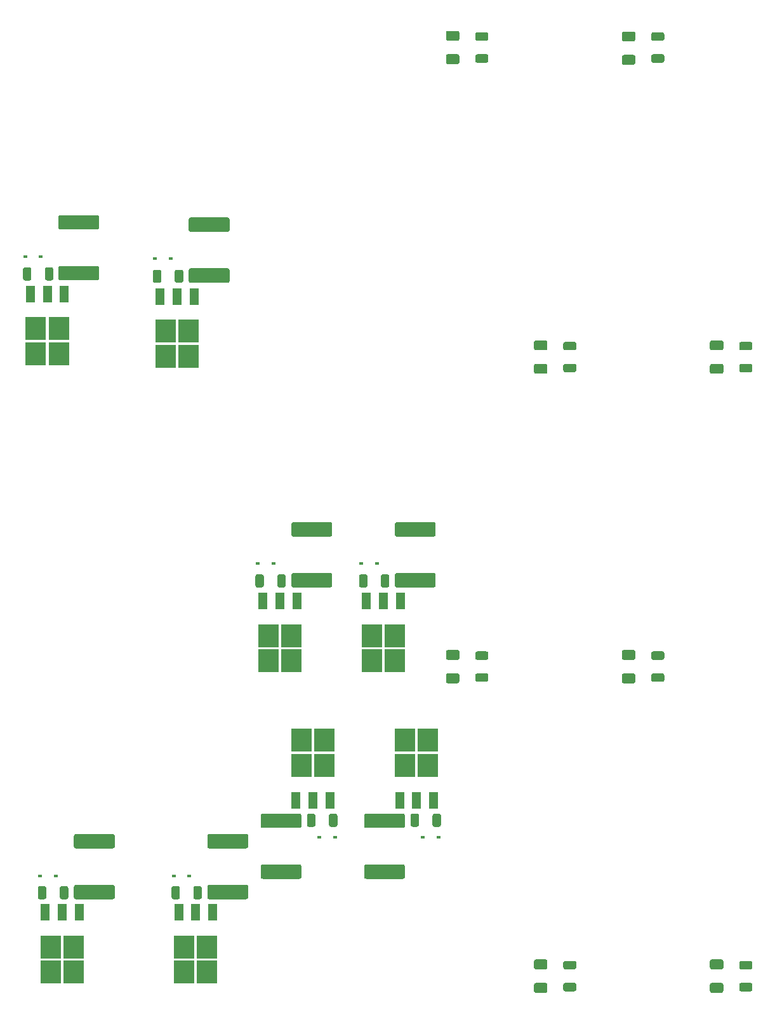
<source format=gbr>
%TF.GenerationSoftware,KiCad,Pcbnew,(5.1.9)-1*%
%TF.CreationDate,2021-09-09T23:53:41+02:00*%
%TF.ProjectId,SwitchBox,53776974-6368-4426-9f78-2e6b69636164,rev?*%
%TF.SameCoordinates,Original*%
%TF.FileFunction,Paste,Top*%
%TF.FilePolarity,Positive*%
%FSLAX46Y46*%
G04 Gerber Fmt 4.6, Leading zero omitted, Abs format (unit mm)*
G04 Created by KiCad (PCBNEW (5.1.9)-1) date 2021-09-09 23:53:41*
%MOMM*%
%LPD*%
G01*
G04 APERTURE LIST*
%ADD10R,0.600000X0.450000*%
%ADD11R,1.200000X2.200000*%
%ADD12R,2.750000X3.050000*%
G04 APERTURE END LIST*
%TO.C,C1*%
G36*
G01*
X95074997Y-62425000D02*
X96375003Y-62425000D01*
G75*
G02*
X96625000Y-62674997I0J-249997D01*
G01*
X96625000Y-63500003D01*
G75*
G02*
X96375003Y-63750000I-249997J0D01*
G01*
X95074997Y-63750000D01*
G75*
G02*
X94825000Y-63500003I0J249997D01*
G01*
X94825000Y-62674997D01*
G75*
G02*
X95074997Y-62425000I249997J0D01*
G01*
G37*
G36*
G01*
X95074997Y-65550000D02*
X96375003Y-65550000D01*
G75*
G02*
X96625000Y-65799997I0J-249997D01*
G01*
X96625000Y-66625003D01*
G75*
G02*
X96375003Y-66875000I-249997J0D01*
G01*
X95074997Y-66875000D01*
G75*
G02*
X94825000Y-66625003I0J249997D01*
G01*
X94825000Y-65799997D01*
G75*
G02*
X95074997Y-65550000I249997J0D01*
G01*
G37*
%TD*%
%TO.C,C2*%
G36*
G01*
X106814997Y-103681666D02*
X108115003Y-103681666D01*
G75*
G02*
X108365000Y-103931663I0J-249997D01*
G01*
X108365000Y-104756669D01*
G75*
G02*
X108115003Y-105006666I-249997J0D01*
G01*
X106814997Y-105006666D01*
G75*
G02*
X106565000Y-104756669I0J249997D01*
G01*
X106565000Y-103931663D01*
G75*
G02*
X106814997Y-103681666I249997J0D01*
G01*
G37*
G36*
G01*
X106814997Y-106806666D02*
X108115003Y-106806666D01*
G75*
G02*
X108365000Y-107056663I0J-249997D01*
G01*
X108365000Y-107881669D01*
G75*
G02*
X108115003Y-108131666I-249997J0D01*
G01*
X106814997Y-108131666D01*
G75*
G02*
X106565000Y-107881669I0J249997D01*
G01*
X106565000Y-107056663D01*
G75*
G02*
X106814997Y-106806666I249997J0D01*
G01*
G37*
%TD*%
%TO.C,C3*%
G36*
G01*
X95074997Y-148063332D02*
X96375003Y-148063332D01*
G75*
G02*
X96625000Y-148313329I0J-249997D01*
G01*
X96625000Y-149138335D01*
G75*
G02*
X96375003Y-149388332I-249997J0D01*
G01*
X95074997Y-149388332D01*
G75*
G02*
X94825000Y-149138335I0J249997D01*
G01*
X94825000Y-148313329D01*
G75*
G02*
X95074997Y-148063332I249997J0D01*
G01*
G37*
G36*
G01*
X95074997Y-144938332D02*
X96375003Y-144938332D01*
G75*
G02*
X96625000Y-145188329I0J-249997D01*
G01*
X96625000Y-146013335D01*
G75*
G02*
X96375003Y-146263332I-249997J0D01*
G01*
X95074997Y-146263332D01*
G75*
G02*
X94825000Y-146013335I0J249997D01*
G01*
X94825000Y-145188329D01*
G75*
G02*
X95074997Y-144938332I249997J0D01*
G01*
G37*
%TD*%
%TO.C,C4*%
G36*
G01*
X106814997Y-186195000D02*
X108115003Y-186195000D01*
G75*
G02*
X108365000Y-186444997I0J-249997D01*
G01*
X108365000Y-187270003D01*
G75*
G02*
X108115003Y-187520000I-249997J0D01*
G01*
X106814997Y-187520000D01*
G75*
G02*
X106565000Y-187270003I0J249997D01*
G01*
X106565000Y-186444997D01*
G75*
G02*
X106814997Y-186195000I249997J0D01*
G01*
G37*
G36*
G01*
X106814997Y-189320000D02*
X108115003Y-189320000D01*
G75*
G02*
X108365000Y-189569997I0J-249997D01*
G01*
X108365000Y-190395003D01*
G75*
G02*
X108115003Y-190645000I-249997J0D01*
G01*
X106814997Y-190645000D01*
G75*
G02*
X106565000Y-190395003I0J249997D01*
G01*
X106565000Y-189569997D01*
G75*
G02*
X106814997Y-189320000I249997J0D01*
G01*
G37*
%TD*%
%TO.C,C5*%
G36*
G01*
X118544997Y-65630000D02*
X119845003Y-65630000D01*
G75*
G02*
X120095000Y-65879997I0J-249997D01*
G01*
X120095000Y-66705003D01*
G75*
G02*
X119845003Y-66955000I-249997J0D01*
G01*
X118544997Y-66955000D01*
G75*
G02*
X118295000Y-66705003I0J249997D01*
G01*
X118295000Y-65879997D01*
G75*
G02*
X118544997Y-65630000I249997J0D01*
G01*
G37*
G36*
G01*
X118544997Y-62505000D02*
X119845003Y-62505000D01*
G75*
G02*
X120095000Y-62754997I0J-249997D01*
G01*
X120095000Y-63580003D01*
G75*
G02*
X119845003Y-63830000I-249997J0D01*
G01*
X118544997Y-63830000D01*
G75*
G02*
X118295000Y-63580003I0J249997D01*
G01*
X118295000Y-62754997D01*
G75*
G02*
X118544997Y-62505000I249997J0D01*
G01*
G37*
%TD*%
%TO.C,C6*%
G36*
G01*
X130284997Y-103681666D02*
X131585003Y-103681666D01*
G75*
G02*
X131835000Y-103931663I0J-249997D01*
G01*
X131835000Y-104756669D01*
G75*
G02*
X131585003Y-105006666I-249997J0D01*
G01*
X130284997Y-105006666D01*
G75*
G02*
X130035000Y-104756669I0J249997D01*
G01*
X130035000Y-103931663D01*
G75*
G02*
X130284997Y-103681666I249997J0D01*
G01*
G37*
G36*
G01*
X130284997Y-106806666D02*
X131585003Y-106806666D01*
G75*
G02*
X131835000Y-107056663I0J-249997D01*
G01*
X131835000Y-107881669D01*
G75*
G02*
X131585003Y-108131666I-249997J0D01*
G01*
X130284997Y-108131666D01*
G75*
G02*
X130035000Y-107881669I0J249997D01*
G01*
X130035000Y-107056663D01*
G75*
G02*
X130284997Y-106806666I249997J0D01*
G01*
G37*
%TD*%
%TO.C,C7*%
G36*
G01*
X118544997Y-148063332D02*
X119845003Y-148063332D01*
G75*
G02*
X120095000Y-148313329I0J-249997D01*
G01*
X120095000Y-149138335D01*
G75*
G02*
X119845003Y-149388332I-249997J0D01*
G01*
X118544997Y-149388332D01*
G75*
G02*
X118295000Y-149138335I0J249997D01*
G01*
X118295000Y-148313329D01*
G75*
G02*
X118544997Y-148063332I249997J0D01*
G01*
G37*
G36*
G01*
X118544997Y-144938332D02*
X119845003Y-144938332D01*
G75*
G02*
X120095000Y-145188329I0J-249997D01*
G01*
X120095000Y-146013335D01*
G75*
G02*
X119845003Y-146263332I-249997J0D01*
G01*
X118544997Y-146263332D01*
G75*
G02*
X118295000Y-146013335I0J249997D01*
G01*
X118295000Y-145188329D01*
G75*
G02*
X118544997Y-144938332I249997J0D01*
G01*
G37*
%TD*%
%TO.C,C8*%
G36*
G01*
X130284997Y-189320000D02*
X131585003Y-189320000D01*
G75*
G02*
X131835000Y-189569997I0J-249997D01*
G01*
X131835000Y-190395003D01*
G75*
G02*
X131585003Y-190645000I-249997J0D01*
G01*
X130284997Y-190645000D01*
G75*
G02*
X130035000Y-190395003I0J249997D01*
G01*
X130035000Y-189569997D01*
G75*
G02*
X130284997Y-189320000I249997J0D01*
G01*
G37*
G36*
G01*
X130284997Y-186195000D02*
X131585003Y-186195000D01*
G75*
G02*
X131835000Y-186444997I0J-249997D01*
G01*
X131835000Y-187270003D01*
G75*
G02*
X131585003Y-187520000I-249997J0D01*
G01*
X130284997Y-187520000D01*
G75*
G02*
X130035000Y-187270003I0J249997D01*
G01*
X130035000Y-186444997D01*
G75*
G02*
X130284997Y-186195000I249997J0D01*
G01*
G37*
%TD*%
D10*
%TO.C,D1*%
X40800000Y-92510000D03*
X38700000Y-92510000D03*
%TD*%
%TO.C,D2*%
X69700000Y-133380000D03*
X71800000Y-133380000D03*
%TD*%
%TO.C,D3*%
X40690000Y-175060000D03*
X42790000Y-175060000D03*
%TD*%
%TO.C,D4*%
X91770000Y-169900000D03*
X93870000Y-169900000D03*
%TD*%
%TO.C,D5*%
X56023811Y-92770000D03*
X58123811Y-92770000D03*
%TD*%
%TO.C,D6*%
X83520000Y-133380000D03*
X85620000Y-133380000D03*
%TD*%
%TO.C,D7*%
X60610000Y-175060000D03*
X58510000Y-175060000D03*
%TD*%
%TO.C,D8*%
X77950000Y-169900000D03*
X80050000Y-169900000D03*
%TD*%
%TO.C,F1*%
G36*
G01*
X48315001Y-88915000D02*
X43364999Y-88915000D01*
G75*
G02*
X43115000Y-88665001I0J249999D01*
G01*
X43115000Y-87239999D01*
G75*
G02*
X43364999Y-86990000I249999J0D01*
G01*
X48315001Y-86990000D01*
G75*
G02*
X48565000Y-87239999I0J-249999D01*
G01*
X48565000Y-88665001D01*
G75*
G02*
X48315001Y-88915000I-249999J0D01*
G01*
G37*
G36*
G01*
X48315001Y-95690000D02*
X43364999Y-95690000D01*
G75*
G02*
X43115000Y-95440001I0J249999D01*
G01*
X43115000Y-94014999D01*
G75*
G02*
X43364999Y-93765000I249999J0D01*
G01*
X48315001Y-93765000D01*
G75*
G02*
X48565000Y-94014999I0J-249999D01*
G01*
X48565000Y-95440001D01*
G75*
G02*
X48315001Y-95690000I-249999J0D01*
G01*
G37*
%TD*%
%TO.C,F2*%
G36*
G01*
X79415001Y-136610000D02*
X74464999Y-136610000D01*
G75*
G02*
X74215000Y-136360001I0J249999D01*
G01*
X74215000Y-134934999D01*
G75*
G02*
X74464999Y-134685000I249999J0D01*
G01*
X79415001Y-134685000D01*
G75*
G02*
X79665000Y-134934999I0J-249999D01*
G01*
X79665000Y-136360001D01*
G75*
G02*
X79415001Y-136610000I-249999J0D01*
G01*
G37*
G36*
G01*
X79415001Y-129835000D02*
X74464999Y-129835000D01*
G75*
G02*
X74215000Y-129585001I0J249999D01*
G01*
X74215000Y-128159999D01*
G75*
G02*
X74464999Y-127910000I249999J0D01*
G01*
X79415001Y-127910000D01*
G75*
G02*
X79665000Y-128159999I0J-249999D01*
G01*
X79665000Y-129585001D01*
G75*
G02*
X79415001Y-129835000I-249999J0D01*
G01*
G37*
%TD*%
%TO.C,F3*%
G36*
G01*
X50405001Y-178170000D02*
X45454999Y-178170000D01*
G75*
G02*
X45205000Y-177920001I0J249999D01*
G01*
X45205000Y-176494999D01*
G75*
G02*
X45454999Y-176245000I249999J0D01*
G01*
X50405001Y-176245000D01*
G75*
G02*
X50655000Y-176494999I0J-249999D01*
G01*
X50655000Y-177920001D01*
G75*
G02*
X50405001Y-178170000I-249999J0D01*
G01*
G37*
G36*
G01*
X50405001Y-171395000D02*
X45454999Y-171395000D01*
G75*
G02*
X45205000Y-171145001I0J249999D01*
G01*
X45205000Y-169719999D01*
G75*
G02*
X45454999Y-169470000I249999J0D01*
G01*
X50405001Y-169470000D01*
G75*
G02*
X50655000Y-169719999I0J-249999D01*
G01*
X50655000Y-171145001D01*
G75*
G02*
X50405001Y-171395000I-249999J0D01*
G01*
G37*
%TD*%
%TO.C,F4*%
G36*
G01*
X84154999Y-166750000D02*
X89105001Y-166750000D01*
G75*
G02*
X89355000Y-166999999I0J-249999D01*
G01*
X89355000Y-168425001D01*
G75*
G02*
X89105001Y-168675000I-249999J0D01*
G01*
X84154999Y-168675000D01*
G75*
G02*
X83905000Y-168425001I0J249999D01*
G01*
X83905000Y-166999999D01*
G75*
G02*
X84154999Y-166750000I249999J0D01*
G01*
G37*
G36*
G01*
X84154999Y-173525000D02*
X89105001Y-173525000D01*
G75*
G02*
X89355000Y-173774999I0J-249999D01*
G01*
X89355000Y-175200001D01*
G75*
G02*
X89105001Y-175450000I-249999J0D01*
G01*
X84154999Y-175450000D01*
G75*
G02*
X83905000Y-175200001I0J249999D01*
G01*
X83905000Y-173774999D01*
G75*
G02*
X84154999Y-173525000I249999J0D01*
G01*
G37*
%TD*%
%TO.C,F5*%
G36*
G01*
X65715001Y-96010000D02*
X60764999Y-96010000D01*
G75*
G02*
X60515000Y-95760001I0J249999D01*
G01*
X60515000Y-94334999D01*
G75*
G02*
X60764999Y-94085000I249999J0D01*
G01*
X65715001Y-94085000D01*
G75*
G02*
X65965000Y-94334999I0J-249999D01*
G01*
X65965000Y-95760001D01*
G75*
G02*
X65715001Y-96010000I-249999J0D01*
G01*
G37*
G36*
G01*
X65715001Y-89235000D02*
X60764999Y-89235000D01*
G75*
G02*
X60515000Y-88985001I0J249999D01*
G01*
X60515000Y-87559999D01*
G75*
G02*
X60764999Y-87310000I249999J0D01*
G01*
X65715001Y-87310000D01*
G75*
G02*
X65965000Y-87559999I0J-249999D01*
G01*
X65965000Y-88985001D01*
G75*
G02*
X65715001Y-89235000I-249999J0D01*
G01*
G37*
%TD*%
%TO.C,F6*%
G36*
G01*
X93215001Y-129835000D02*
X88264999Y-129835000D01*
G75*
G02*
X88015000Y-129585001I0J249999D01*
G01*
X88015000Y-128159999D01*
G75*
G02*
X88264999Y-127910000I249999J0D01*
G01*
X93215001Y-127910000D01*
G75*
G02*
X93465000Y-128159999I0J-249999D01*
G01*
X93465000Y-129585001D01*
G75*
G02*
X93215001Y-129835000I-249999J0D01*
G01*
G37*
G36*
G01*
X93215001Y-136610000D02*
X88264999Y-136610000D01*
G75*
G02*
X88015000Y-136360001I0J249999D01*
G01*
X88015000Y-134934999D01*
G75*
G02*
X88264999Y-134685000I249999J0D01*
G01*
X93215001Y-134685000D01*
G75*
G02*
X93465000Y-134934999I0J-249999D01*
G01*
X93465000Y-136360001D01*
G75*
G02*
X93215001Y-136610000I-249999J0D01*
G01*
G37*
%TD*%
%TO.C,F7*%
G36*
G01*
X68205001Y-171395000D02*
X63254999Y-171395000D01*
G75*
G02*
X63005000Y-171145001I0J249999D01*
G01*
X63005000Y-169719999D01*
G75*
G02*
X63254999Y-169470000I249999J0D01*
G01*
X68205001Y-169470000D01*
G75*
G02*
X68455000Y-169719999I0J-249999D01*
G01*
X68455000Y-171145001D01*
G75*
G02*
X68205001Y-171395000I-249999J0D01*
G01*
G37*
G36*
G01*
X68205001Y-178170000D02*
X63254999Y-178170000D01*
G75*
G02*
X63005000Y-177920001I0J249999D01*
G01*
X63005000Y-176494999D01*
G75*
G02*
X63254999Y-176245000I249999J0D01*
G01*
X68205001Y-176245000D01*
G75*
G02*
X68455000Y-176494999I0J-249999D01*
G01*
X68455000Y-177920001D01*
G75*
G02*
X68205001Y-178170000I-249999J0D01*
G01*
G37*
%TD*%
%TO.C,F8*%
G36*
G01*
X70354999Y-173525000D02*
X75305001Y-173525000D01*
G75*
G02*
X75555000Y-173774999I0J-249999D01*
G01*
X75555000Y-175200001D01*
G75*
G02*
X75305001Y-175450000I-249999J0D01*
G01*
X70354999Y-175450000D01*
G75*
G02*
X70105000Y-175200001I0J249999D01*
G01*
X70105000Y-173774999D01*
G75*
G02*
X70354999Y-173525000I249999J0D01*
G01*
G37*
G36*
G01*
X70354999Y-166750000D02*
X75305001Y-166750000D01*
G75*
G02*
X75555000Y-166999999I0J-249999D01*
G01*
X75555000Y-168425001D01*
G75*
G02*
X75305001Y-168675000I-249999J0D01*
G01*
X70354999Y-168675000D01*
G75*
G02*
X70105000Y-168425001I0J249999D01*
G01*
X70105000Y-166999999D01*
G75*
G02*
X70354999Y-166750000I249999J0D01*
G01*
G37*
%TD*%
D11*
%TO.C,Q1*%
X43930000Y-97490000D03*
X41650000Y-97490000D03*
X39370000Y-97490000D03*
D12*
X40125000Y-105465000D03*
X43175000Y-102115000D03*
X43175000Y-105465000D03*
X40125000Y-102115000D03*
%TD*%
%TO.C,Q2*%
X71125000Y-143055000D03*
X74175000Y-146405000D03*
X74175000Y-143055000D03*
X71125000Y-146405000D03*
D11*
X70370000Y-138430000D03*
X72650000Y-138430000D03*
X74930000Y-138430000D03*
%TD*%
%TO.C,Q3*%
X45920000Y-179920000D03*
X43640000Y-179920000D03*
X41360000Y-179920000D03*
D12*
X42115000Y-187895000D03*
X45165000Y-184545000D03*
X45165000Y-187895000D03*
X42115000Y-184545000D03*
%TD*%
D11*
%TO.C,Q4*%
X88640000Y-164960000D03*
X90920000Y-164960000D03*
X93200000Y-164960000D03*
D12*
X92445000Y-156985000D03*
X89395000Y-160335000D03*
X89395000Y-156985000D03*
X92445000Y-160335000D03*
%TD*%
%TO.C,Q5*%
X57448811Y-102465000D03*
X60498811Y-105815000D03*
X60498811Y-102465000D03*
X57448811Y-105815000D03*
D11*
X56693811Y-97840000D03*
X58973811Y-97840000D03*
X61253811Y-97840000D03*
%TD*%
D12*
%TO.C,Q6*%
X84945000Y-143055000D03*
X87995000Y-146405000D03*
X87995000Y-143055000D03*
X84945000Y-146405000D03*
D11*
X84190000Y-138430000D03*
X86470000Y-138430000D03*
X88750000Y-138430000D03*
%TD*%
%TO.C,Q7*%
X63740000Y-179920000D03*
X61460000Y-179920000D03*
X59180000Y-179920000D03*
D12*
X59935000Y-187895000D03*
X62985000Y-184545000D03*
X62985000Y-187895000D03*
X59935000Y-184545000D03*
%TD*%
%TO.C,Q8*%
X78625000Y-160335000D03*
X75575000Y-156985000D03*
X75575000Y-160335000D03*
X78625000Y-156985000D03*
D11*
X79380000Y-164960000D03*
X77100000Y-164960000D03*
X74820000Y-164960000D03*
%TD*%
%TO.C,R1*%
G36*
G01*
X38405000Y-95445003D02*
X38405000Y-94194997D01*
G75*
G02*
X38654997Y-93945000I249997J0D01*
G01*
X39280003Y-93945000D01*
G75*
G02*
X39530000Y-94194997I0J-249997D01*
G01*
X39530000Y-95445003D01*
G75*
G02*
X39280003Y-95695000I-249997J0D01*
G01*
X38654997Y-95695000D01*
G75*
G02*
X38405000Y-95445003I0J249997D01*
G01*
G37*
G36*
G01*
X41330000Y-95445003D02*
X41330000Y-94194997D01*
G75*
G02*
X41579997Y-93945000I249997J0D01*
G01*
X42205003Y-93945000D01*
G75*
G02*
X42455000Y-94194997I0J-249997D01*
G01*
X42455000Y-95445003D01*
G75*
G02*
X42205003Y-95695000I-249997J0D01*
G01*
X41579997Y-95695000D01*
G75*
G02*
X41330000Y-95445003I0J249997D01*
G01*
G37*
%TD*%
%TO.C,R2*%
G36*
G01*
X69405000Y-136365003D02*
X69405000Y-135114997D01*
G75*
G02*
X69654997Y-134865000I249997J0D01*
G01*
X70280003Y-134865000D01*
G75*
G02*
X70530000Y-135114997I0J-249997D01*
G01*
X70530000Y-136365003D01*
G75*
G02*
X70280003Y-136615000I-249997J0D01*
G01*
X69654997Y-136615000D01*
G75*
G02*
X69405000Y-136365003I0J249997D01*
G01*
G37*
G36*
G01*
X72330000Y-136365003D02*
X72330000Y-135114997D01*
G75*
G02*
X72579997Y-134865000I249997J0D01*
G01*
X73205003Y-134865000D01*
G75*
G02*
X73455000Y-135114997I0J-249997D01*
G01*
X73455000Y-136365003D01*
G75*
G02*
X73205003Y-136615000I-249997J0D01*
G01*
X72579997Y-136615000D01*
G75*
G02*
X72330000Y-136365003I0J249997D01*
G01*
G37*
%TD*%
%TO.C,R3*%
G36*
G01*
X43320000Y-177915003D02*
X43320000Y-176664997D01*
G75*
G02*
X43569997Y-176415000I249997J0D01*
G01*
X44195003Y-176415000D01*
G75*
G02*
X44445000Y-176664997I0J-249997D01*
G01*
X44445000Y-177915003D01*
G75*
G02*
X44195003Y-178165000I-249997J0D01*
G01*
X43569997Y-178165000D01*
G75*
G02*
X43320000Y-177915003I0J249997D01*
G01*
G37*
G36*
G01*
X40395000Y-177915003D02*
X40395000Y-176664997D01*
G75*
G02*
X40644997Y-176415000I249997J0D01*
G01*
X41270003Y-176415000D01*
G75*
G02*
X41520000Y-176664997I0J-249997D01*
G01*
X41520000Y-177915003D01*
G75*
G02*
X41270003Y-178165000I-249997J0D01*
G01*
X40644997Y-178165000D01*
G75*
G02*
X40395000Y-177915003I0J249997D01*
G01*
G37*
%TD*%
%TO.C,R4*%
G36*
G01*
X91240000Y-167014997D02*
X91240000Y-168265003D01*
G75*
G02*
X90990003Y-168515000I-249997J0D01*
G01*
X90364997Y-168515000D01*
G75*
G02*
X90115000Y-168265003I0J249997D01*
G01*
X90115000Y-167014997D01*
G75*
G02*
X90364997Y-166765000I249997J0D01*
G01*
X90990003Y-166765000D01*
G75*
G02*
X91240000Y-167014997I0J-249997D01*
G01*
G37*
G36*
G01*
X94165000Y-167014997D02*
X94165000Y-168265003D01*
G75*
G02*
X93915003Y-168515000I-249997J0D01*
G01*
X93289997Y-168515000D01*
G75*
G02*
X93040000Y-168265003I0J249997D01*
G01*
X93040000Y-167014997D01*
G75*
G02*
X93289997Y-166765000I249997J0D01*
G01*
X93915003Y-166765000D01*
G75*
G02*
X94165000Y-167014997I0J-249997D01*
G01*
G37*
%TD*%
%TO.C,R5*%
G36*
G01*
X55728811Y-95755003D02*
X55728811Y-94504997D01*
G75*
G02*
X55978808Y-94255000I249997J0D01*
G01*
X56603814Y-94255000D01*
G75*
G02*
X56853811Y-94504997I0J-249997D01*
G01*
X56853811Y-95755003D01*
G75*
G02*
X56603814Y-96005000I-249997J0D01*
G01*
X55978808Y-96005000D01*
G75*
G02*
X55728811Y-95755003I0J249997D01*
G01*
G37*
G36*
G01*
X58653811Y-95755003D02*
X58653811Y-94504997D01*
G75*
G02*
X58903808Y-94255000I249997J0D01*
G01*
X59528814Y-94255000D01*
G75*
G02*
X59778811Y-94504997I0J-249997D01*
G01*
X59778811Y-95755003D01*
G75*
G02*
X59528814Y-96005000I-249997J0D01*
G01*
X58903808Y-96005000D01*
G75*
G02*
X58653811Y-95755003I0J249997D01*
G01*
G37*
%TD*%
%TO.C,R6*%
G36*
G01*
X86150000Y-136365003D02*
X86150000Y-135114997D01*
G75*
G02*
X86399997Y-134865000I249997J0D01*
G01*
X87025003Y-134865000D01*
G75*
G02*
X87275000Y-135114997I0J-249997D01*
G01*
X87275000Y-136365003D01*
G75*
G02*
X87025003Y-136615000I-249997J0D01*
G01*
X86399997Y-136615000D01*
G75*
G02*
X86150000Y-136365003I0J249997D01*
G01*
G37*
G36*
G01*
X83225000Y-136365003D02*
X83225000Y-135114997D01*
G75*
G02*
X83474997Y-134865000I249997J0D01*
G01*
X84100003Y-134865000D01*
G75*
G02*
X84350000Y-135114997I0J-249997D01*
G01*
X84350000Y-136365003D01*
G75*
G02*
X84100003Y-136615000I-249997J0D01*
G01*
X83474997Y-136615000D01*
G75*
G02*
X83225000Y-136365003I0J249997D01*
G01*
G37*
%TD*%
%TO.C,R7*%
G36*
G01*
X61140000Y-177915003D02*
X61140000Y-176664997D01*
G75*
G02*
X61389997Y-176415000I249997J0D01*
G01*
X62015003Y-176415000D01*
G75*
G02*
X62265000Y-176664997I0J-249997D01*
G01*
X62265000Y-177915003D01*
G75*
G02*
X62015003Y-178165000I-249997J0D01*
G01*
X61389997Y-178165000D01*
G75*
G02*
X61140000Y-177915003I0J249997D01*
G01*
G37*
G36*
G01*
X58215000Y-177915003D02*
X58215000Y-176664997D01*
G75*
G02*
X58464997Y-176415000I249997J0D01*
G01*
X59090003Y-176415000D01*
G75*
G02*
X59340000Y-176664997I0J-249997D01*
G01*
X59340000Y-177915003D01*
G75*
G02*
X59090003Y-178165000I-249997J0D01*
G01*
X58464997Y-178165000D01*
G75*
G02*
X58215000Y-177915003I0J249997D01*
G01*
G37*
%TD*%
%TO.C,R8*%
G36*
G01*
X77420000Y-167014997D02*
X77420000Y-168265003D01*
G75*
G02*
X77170003Y-168515000I-249997J0D01*
G01*
X76544997Y-168515000D01*
G75*
G02*
X76295000Y-168265003I0J249997D01*
G01*
X76295000Y-167014997D01*
G75*
G02*
X76544997Y-166765000I249997J0D01*
G01*
X77170003Y-166765000D01*
G75*
G02*
X77420000Y-167014997I0J-249997D01*
G01*
G37*
G36*
G01*
X80345000Y-167014997D02*
X80345000Y-168265003D01*
G75*
G02*
X80095003Y-168515000I-249997J0D01*
G01*
X79469997Y-168515000D01*
G75*
G02*
X79220000Y-168265003I0J249997D01*
G01*
X79220000Y-167014997D01*
G75*
G02*
X79469997Y-166765000I249997J0D01*
G01*
X80095003Y-166765000D01*
G75*
G02*
X80345000Y-167014997I0J-249997D01*
G01*
G37*
%TD*%
%TO.C,R9*%
G36*
G01*
X98984997Y-62625000D02*
X100235003Y-62625000D01*
G75*
G02*
X100485000Y-62874997I0J-249997D01*
G01*
X100485000Y-63500003D01*
G75*
G02*
X100235003Y-63750000I-249997J0D01*
G01*
X98984997Y-63750000D01*
G75*
G02*
X98735000Y-63500003I0J249997D01*
G01*
X98735000Y-62874997D01*
G75*
G02*
X98984997Y-62625000I249997J0D01*
G01*
G37*
G36*
G01*
X98984997Y-65550000D02*
X100235003Y-65550000D01*
G75*
G02*
X100485000Y-65799997I0J-249997D01*
G01*
X100485000Y-66425003D01*
G75*
G02*
X100235003Y-66675000I-249997J0D01*
G01*
X98984997Y-66675000D01*
G75*
G02*
X98735000Y-66425003I0J249997D01*
G01*
X98735000Y-65799997D01*
G75*
G02*
X98984997Y-65550000I249997J0D01*
G01*
G37*
%TD*%
%TO.C,R10*%
G36*
G01*
X110724997Y-106806666D02*
X111975003Y-106806666D01*
G75*
G02*
X112225000Y-107056663I0J-249997D01*
G01*
X112225000Y-107681669D01*
G75*
G02*
X111975003Y-107931666I-249997J0D01*
G01*
X110724997Y-107931666D01*
G75*
G02*
X110475000Y-107681669I0J249997D01*
G01*
X110475000Y-107056663D01*
G75*
G02*
X110724997Y-106806666I249997J0D01*
G01*
G37*
G36*
G01*
X110724997Y-103881666D02*
X111975003Y-103881666D01*
G75*
G02*
X112225000Y-104131663I0J-249997D01*
G01*
X112225000Y-104756669D01*
G75*
G02*
X111975003Y-105006666I-249997J0D01*
G01*
X110724997Y-105006666D01*
G75*
G02*
X110475000Y-104756669I0J249997D01*
G01*
X110475000Y-104131663D01*
G75*
G02*
X110724997Y-103881666I249997J0D01*
G01*
G37*
%TD*%
%TO.C,R11*%
G36*
G01*
X98984997Y-145138332D02*
X100235003Y-145138332D01*
G75*
G02*
X100485000Y-145388329I0J-249997D01*
G01*
X100485000Y-146013335D01*
G75*
G02*
X100235003Y-146263332I-249997J0D01*
G01*
X98984997Y-146263332D01*
G75*
G02*
X98735000Y-146013335I0J249997D01*
G01*
X98735000Y-145388329D01*
G75*
G02*
X98984997Y-145138332I249997J0D01*
G01*
G37*
G36*
G01*
X98984997Y-148063332D02*
X100235003Y-148063332D01*
G75*
G02*
X100485000Y-148313329I0J-249997D01*
G01*
X100485000Y-148938335D01*
G75*
G02*
X100235003Y-149188332I-249997J0D01*
G01*
X98984997Y-149188332D01*
G75*
G02*
X98735000Y-148938335I0J249997D01*
G01*
X98735000Y-148313329D01*
G75*
G02*
X98984997Y-148063332I249997J0D01*
G01*
G37*
%TD*%
%TO.C,R12*%
G36*
G01*
X110724997Y-189320000D02*
X111975003Y-189320000D01*
G75*
G02*
X112225000Y-189569997I0J-249997D01*
G01*
X112225000Y-190195003D01*
G75*
G02*
X111975003Y-190445000I-249997J0D01*
G01*
X110724997Y-190445000D01*
G75*
G02*
X110475000Y-190195003I0J249997D01*
G01*
X110475000Y-189569997D01*
G75*
G02*
X110724997Y-189320000I249997J0D01*
G01*
G37*
G36*
G01*
X110724997Y-186395000D02*
X111975003Y-186395000D01*
G75*
G02*
X112225000Y-186644997I0J-249997D01*
G01*
X112225000Y-187270003D01*
G75*
G02*
X111975003Y-187520000I-249997J0D01*
G01*
X110724997Y-187520000D01*
G75*
G02*
X110475000Y-187270003I0J249997D01*
G01*
X110475000Y-186644997D01*
G75*
G02*
X110724997Y-186395000I249997J0D01*
G01*
G37*
%TD*%
%TO.C,R13*%
G36*
G01*
X122454997Y-62625000D02*
X123705003Y-62625000D01*
G75*
G02*
X123955000Y-62874997I0J-249997D01*
G01*
X123955000Y-63500003D01*
G75*
G02*
X123705003Y-63750000I-249997J0D01*
G01*
X122454997Y-63750000D01*
G75*
G02*
X122205000Y-63500003I0J249997D01*
G01*
X122205000Y-62874997D01*
G75*
G02*
X122454997Y-62625000I249997J0D01*
G01*
G37*
G36*
G01*
X122454997Y-65550000D02*
X123705003Y-65550000D01*
G75*
G02*
X123955000Y-65799997I0J-249997D01*
G01*
X123955000Y-66425003D01*
G75*
G02*
X123705003Y-66675000I-249997J0D01*
G01*
X122454997Y-66675000D01*
G75*
G02*
X122205000Y-66425003I0J249997D01*
G01*
X122205000Y-65799997D01*
G75*
G02*
X122454997Y-65550000I249997J0D01*
G01*
G37*
%TD*%
%TO.C,R14*%
G36*
G01*
X134194997Y-103881666D02*
X135445003Y-103881666D01*
G75*
G02*
X135695000Y-104131663I0J-249997D01*
G01*
X135695000Y-104756669D01*
G75*
G02*
X135445003Y-105006666I-249997J0D01*
G01*
X134194997Y-105006666D01*
G75*
G02*
X133945000Y-104756669I0J249997D01*
G01*
X133945000Y-104131663D01*
G75*
G02*
X134194997Y-103881666I249997J0D01*
G01*
G37*
G36*
G01*
X134194997Y-106806666D02*
X135445003Y-106806666D01*
G75*
G02*
X135695000Y-107056663I0J-249997D01*
G01*
X135695000Y-107681669D01*
G75*
G02*
X135445003Y-107931666I-249997J0D01*
G01*
X134194997Y-107931666D01*
G75*
G02*
X133945000Y-107681669I0J249997D01*
G01*
X133945000Y-107056663D01*
G75*
G02*
X134194997Y-106806666I249997J0D01*
G01*
G37*
%TD*%
%TO.C,R15*%
G36*
G01*
X122454997Y-145138332D02*
X123705003Y-145138332D01*
G75*
G02*
X123955000Y-145388329I0J-249997D01*
G01*
X123955000Y-146013335D01*
G75*
G02*
X123705003Y-146263332I-249997J0D01*
G01*
X122454997Y-146263332D01*
G75*
G02*
X122205000Y-146013335I0J249997D01*
G01*
X122205000Y-145388329D01*
G75*
G02*
X122454997Y-145138332I249997J0D01*
G01*
G37*
G36*
G01*
X122454997Y-148063332D02*
X123705003Y-148063332D01*
G75*
G02*
X123955000Y-148313329I0J-249997D01*
G01*
X123955000Y-148938335D01*
G75*
G02*
X123705003Y-149188332I-249997J0D01*
G01*
X122454997Y-149188332D01*
G75*
G02*
X122205000Y-148938335I0J249997D01*
G01*
X122205000Y-148313329D01*
G75*
G02*
X122454997Y-148063332I249997J0D01*
G01*
G37*
%TD*%
%TO.C,R16*%
G36*
G01*
X134194997Y-189320000D02*
X135445003Y-189320000D01*
G75*
G02*
X135695000Y-189569997I0J-249997D01*
G01*
X135695000Y-190195003D01*
G75*
G02*
X135445003Y-190445000I-249997J0D01*
G01*
X134194997Y-190445000D01*
G75*
G02*
X133945000Y-190195003I0J249997D01*
G01*
X133945000Y-189569997D01*
G75*
G02*
X134194997Y-189320000I249997J0D01*
G01*
G37*
G36*
G01*
X134194997Y-186395000D02*
X135445003Y-186395000D01*
G75*
G02*
X135695000Y-186644997I0J-249997D01*
G01*
X135695000Y-187270003D01*
G75*
G02*
X135445003Y-187520000I-249997J0D01*
G01*
X134194997Y-187520000D01*
G75*
G02*
X133945000Y-187270003I0J249997D01*
G01*
X133945000Y-186644997D01*
G75*
G02*
X134194997Y-186395000I249997J0D01*
G01*
G37*
%TD*%
M02*

</source>
